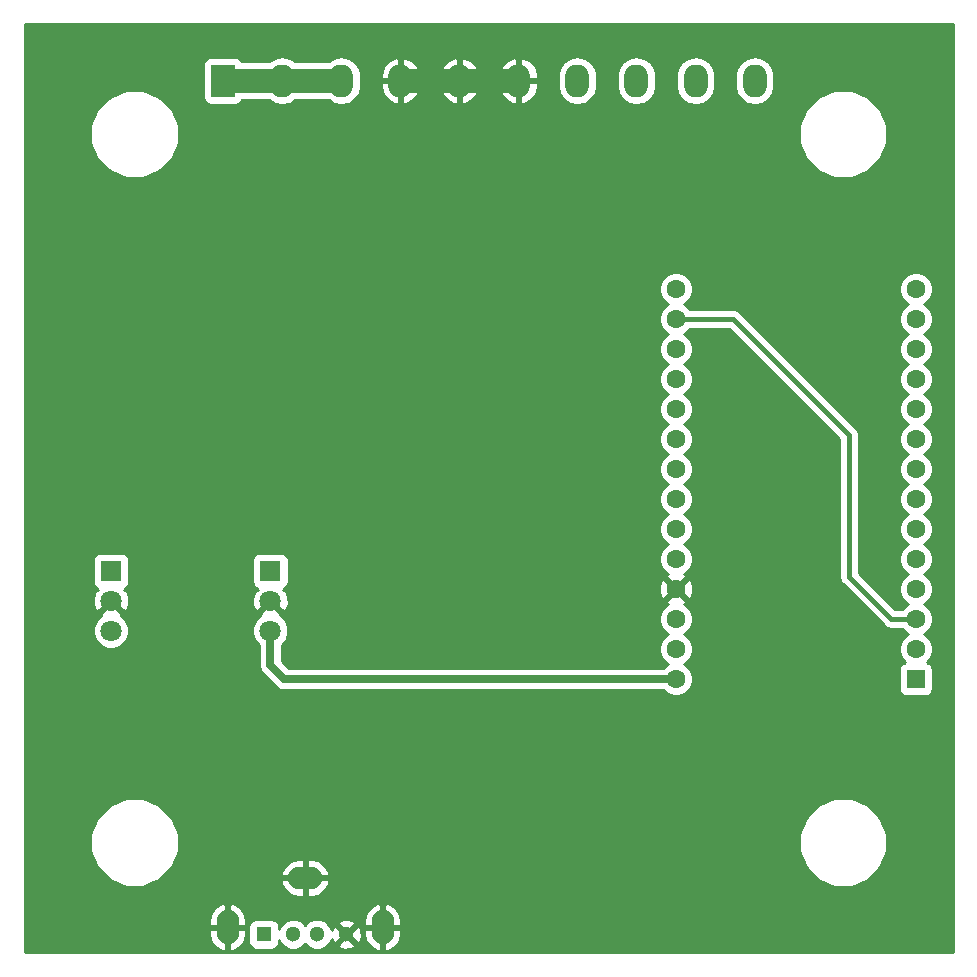
<source format=gbr>
G04 #@! TF.GenerationSoftware,KiCad,Pcbnew,(5.0.1)-4*
G04 #@! TF.CreationDate,2020-08-29T23:34:48+08:00*
G04 #@! TF.ProjectId,remote-monitor,72656D6F74652D6D6F6E69746F722E6B,rev?*
G04 #@! TF.SameCoordinates,Original*
G04 #@! TF.FileFunction,Copper,L2,Bot,Signal*
G04 #@! TF.FilePolarity,Positive*
%FSLAX46Y46*%
G04 Gerber Fmt 4.6, Leading zero omitted, Abs format (unit mm)*
G04 Created by KiCad (PCBNEW (5.0.1)-4) date 29/08/2020 11:34:48 PM*
%MOMM*%
%LPD*%
G01*
G04 APERTURE LIST*
G04 #@! TA.AperFunction,ComponentPad*
%ADD10R,2.032000X2.794000*%
G04 #@! TD*
G04 #@! TA.AperFunction,ComponentPad*
%ADD11O,2.032000X2.794000*%
G04 #@! TD*
G04 #@! TA.AperFunction,ComponentPad*
%ADD12C,1.600000*%
G04 #@! TD*
G04 #@! TA.AperFunction,ComponentPad*
%ADD13R,1.600000X1.600000*%
G04 #@! TD*
G04 #@! TA.AperFunction,ComponentPad*
%ADD14R,1.300000X1.300000*%
G04 #@! TD*
G04 #@! TA.AperFunction,ComponentPad*
%ADD15C,1.300000*%
G04 #@! TD*
G04 #@! TA.AperFunction,ComponentPad*
%ADD16O,1.900000X2.900000*%
G04 #@! TD*
G04 #@! TA.AperFunction,ComponentPad*
%ADD17O,2.900000X1.900000*%
G04 #@! TD*
G04 #@! TA.AperFunction,ComponentPad*
%ADD18R,1.800000X1.800000*%
G04 #@! TD*
G04 #@! TA.AperFunction,ComponentPad*
%ADD19C,1.800000*%
G04 #@! TD*
G04 #@! TA.AperFunction,ViaPad*
%ADD20C,1.270000*%
G04 #@! TD*
G04 #@! TA.AperFunction,Conductor*
%ADD21C,0.635000*%
G04 #@! TD*
G04 #@! TA.AperFunction,Conductor*
%ADD22C,2.032000*%
G04 #@! TD*
G04 #@! TA.AperFunction,Conductor*
%ADD23C,0.381000*%
G04 #@! TD*
G04 #@! TA.AperFunction,Conductor*
%ADD24C,0.254000*%
G04 #@! TD*
G04 APERTURE END LIST*
D10*
G04 #@! TO.P,J1,1*
G04 #@! TO.N,Net-(F1-Pad2)*
X112500000Y-50500000D03*
D11*
G04 #@! TO.P,J1,2*
X117500000Y-50500000D03*
G04 #@! TO.P,J1,3*
X122500000Y-50500000D03*
G04 #@! TO.P,J1,4*
G04 #@! TO.N,GND*
X127500000Y-50500000D03*
G04 #@! TO.P,J1,5*
X132500000Y-50500000D03*
G04 #@! TO.P,J1,6*
X137500000Y-50500000D03*
G04 #@! TO.P,J1,7*
G04 #@! TO.N,Net-(J1-Pad7)*
X142500000Y-50500000D03*
G04 #@! TO.P,J1,8*
G04 #@! TO.N,Net-(J1-Pad8)*
X147500000Y-50500000D03*
G04 #@! TO.P,J1,9*
G04 #@! TO.N,Net-(J1-Pad9)*
X152500000Y-50500000D03*
G04 #@! TO.P,J1,10*
G04 #@! TO.N,/Radio_VOX*
X157500000Y-50500000D03*
G04 #@! TD*
D12*
G04 #@! TO.P,A1,28*
G04 #@! TO.N,+5V*
X150840000Y-101160000D03*
G04 #@! TO.P,A1,27*
G04 #@! TO.N,Net-(A1-Pad27)*
X150840000Y-98620000D03*
G04 #@! TO.P,A1,26*
G04 #@! TO.N,+3V3*
X150840000Y-96080000D03*
G04 #@! TO.P,A1,25*
G04 #@! TO.N,GND*
X150840000Y-93540000D03*
G04 #@! TO.P,A1,24*
G04 #@! TO.N,Net-(A1-Pad24)*
X150840000Y-91000000D03*
G04 #@! TO.P,A1,23*
G04 #@! TO.N,Net-(A1-Pad23)*
X150840000Y-88460000D03*
G04 #@! TO.P,A1,22*
G04 #@! TO.N,Net-(A1-Pad22)*
X150840000Y-85920000D03*
G04 #@! TO.P,A1,21*
G04 #@! TO.N,Net-(A1-Pad21)*
X150840000Y-83380000D03*
G04 #@! TO.P,A1,20*
G04 #@! TO.N,Net-(A1-Pad20)*
X150840000Y-80840000D03*
G04 #@! TO.P,A1,19*
G04 #@! TO.N,Net-(A1-Pad19)*
X150840000Y-78300000D03*
G04 #@! TO.P,A1,18*
G04 #@! TO.N,Net-(A1-Pad18)*
X150840000Y-75760000D03*
G04 #@! TO.P,A1,17*
G04 #@! TO.N,Net-(A1-Pad17)*
X150840000Y-73220000D03*
G04 #@! TO.P,A1,16*
G04 #@! TO.N,/Mains_Sensor*
X150840000Y-70680000D03*
G04 #@! TO.P,A1,15*
X150840000Y-68140000D03*
G04 #@! TO.P,A1,14*
G04 #@! TO.N,Net-(A1-Pad14)*
X171160000Y-68140000D03*
G04 #@! TO.P,A1,13*
G04 #@! TO.N,Net-(A1-Pad13)*
X171160000Y-70680000D03*
G04 #@! TO.P,A1,12*
G04 #@! TO.N,Net-(A1-Pad12)*
X171160000Y-73220000D03*
G04 #@! TO.P,A1,11*
G04 #@! TO.N,Net-(A1-Pad11)*
X171160000Y-75760000D03*
G04 #@! TO.P,A1,10*
G04 #@! TO.N,Net-(A1-Pad10)*
X171160000Y-78300000D03*
G04 #@! TO.P,A1,9*
G04 #@! TO.N,Net-(A1-Pad9)*
X171160000Y-80840000D03*
G04 #@! TO.P,A1,8*
G04 #@! TO.N,Net-(A1-Pad8)*
X171160000Y-83380000D03*
G04 #@! TO.P,A1,7*
G04 #@! TO.N,Net-(A1-Pad7)*
X171160000Y-85920000D03*
G04 #@! TO.P,A1,6*
G04 #@! TO.N,Net-(A1-Pad6)*
X171160000Y-88460000D03*
G04 #@! TO.P,A1,5*
G04 #@! TO.N,Net-(A1-Pad5)*
X171160000Y-91000000D03*
G04 #@! TO.P,A1,4*
G04 #@! TO.N,/Battery_Volts*
X171160000Y-93540000D03*
G04 #@! TO.P,A1,3*
G04 #@! TO.N,/Mains_Sensor*
X171160000Y-96080000D03*
G04 #@! TO.P,A1,2*
G04 #@! TO.N,Net-(A1-Pad2)*
X171160000Y-98620000D03*
D13*
G04 #@! TO.P,A1,1*
G04 #@! TO.N,Net-(A1-Pad1)*
X171160000Y-101160000D03*
G04 #@! TD*
D14*
G04 #@! TO.P,J2,1*
G04 #@! TO.N,Net-(F2-Pad1)*
X115944000Y-122778000D03*
D15*
G04 #@! TO.P,J2,2*
G04 #@! TO.N,Net-(J2-Pad2)*
X118444000Y-122778000D03*
G04 #@! TO.P,J2,3*
X120444000Y-122778000D03*
G04 #@! TO.P,J2,4*
G04 #@! TO.N,GND*
X122944000Y-122778000D03*
D16*
G04 #@! TO.P,J2,5*
X112874000Y-122178000D03*
X126014000Y-122178000D03*
D17*
X119444000Y-117998000D03*
G04 #@! TD*
D18*
G04 #@! TO.P,U1,1*
G04 #@! TO.N,Net-(C1-Pad1)*
X103000000Y-92000000D03*
D19*
G04 #@! TO.P,U1,2*
G04 #@! TO.N,GND*
X103000000Y-94540000D03*
G04 #@! TO.P,U1,3*
G04 #@! TO.N,Net-(C7-Pad1)*
X103000000Y-97080000D03*
G04 #@! TD*
G04 #@! TO.P,U2,3*
G04 #@! TO.N,+5V*
X116500000Y-97080000D03*
G04 #@! TO.P,U2,2*
G04 #@! TO.N,GND*
X116500000Y-94540000D03*
D18*
G04 #@! TO.P,U2,1*
G04 #@! TO.N,Net-(C1-Pad1)*
X116500000Y-92000000D03*
G04 #@! TD*
D20*
G04 #@! TO.N,GND*
X155000000Y-103500000D03*
G04 #@! TD*
D21*
G04 #@! TO.N,+5V*
X117660000Y-101160000D02*
X150840000Y-101160000D01*
X116500000Y-97080000D02*
X116500000Y-100000000D01*
X116500000Y-100000000D02*
X117660000Y-101160000D01*
D22*
G04 #@! TO.N,GND*
X127500000Y-50500000D02*
X132500000Y-50500000D01*
X132500000Y-50500000D02*
X137500000Y-50500000D01*
D23*
G04 #@! TO.N,/Mains_Sensor*
X169080000Y-96080000D02*
X171160000Y-96080000D01*
X165500000Y-92500000D02*
X169080000Y-96080000D01*
X165500000Y-80500000D02*
X165500000Y-92500000D01*
X150840000Y-70680000D02*
X155680000Y-70680000D01*
X155680000Y-70680000D02*
X165500000Y-80500000D01*
D22*
G04 #@! TO.N,Net-(F1-Pad2)*
X122500000Y-50500000D02*
X117500000Y-50500000D01*
X117500000Y-50500000D02*
X112500000Y-50500000D01*
G04 #@! TD*
D24*
G04 #@! TO.N,GND*
G36*
X174290001Y-124290000D02*
X95710000Y-124290000D01*
X95710000Y-122305000D01*
X111289000Y-122305000D01*
X111289000Y-122805000D01*
X111458252Y-123401886D01*
X111843039Y-123888567D01*
X112384780Y-124190950D01*
X112501412Y-124218586D01*
X112747000Y-124098584D01*
X112747000Y-122305000D01*
X113001000Y-122305000D01*
X113001000Y-124098584D01*
X113246588Y-124218586D01*
X113363220Y-124190950D01*
X113904961Y-123888567D01*
X114289748Y-123401886D01*
X114459000Y-122805000D01*
X114459000Y-122305000D01*
X113001000Y-122305000D01*
X112747000Y-122305000D01*
X111289000Y-122305000D01*
X95710000Y-122305000D01*
X95710000Y-122128000D01*
X114646560Y-122128000D01*
X114646560Y-123428000D01*
X114695843Y-123675765D01*
X114836191Y-123885809D01*
X115046235Y-124026157D01*
X115294000Y-124075440D01*
X116594000Y-124075440D01*
X116841765Y-124026157D01*
X117051809Y-123885809D01*
X117192157Y-123675765D01*
X117241440Y-123428000D01*
X117241440Y-123232631D01*
X117354629Y-123505894D01*
X117716106Y-123867371D01*
X118188398Y-124063000D01*
X118699602Y-124063000D01*
X119171894Y-123867371D01*
X119444000Y-123595265D01*
X119716106Y-123867371D01*
X120188398Y-124063000D01*
X120699602Y-124063000D01*
X121171894Y-123867371D01*
X121362249Y-123677016D01*
X122224590Y-123677016D01*
X122280271Y-123907611D01*
X122763078Y-124075622D01*
X123273428Y-124046083D01*
X123607729Y-123907611D01*
X123663410Y-123677016D01*
X122944000Y-122957605D01*
X122224590Y-123677016D01*
X121362249Y-123677016D01*
X121533371Y-123505894D01*
X121687169Y-123134592D01*
X121814389Y-123441729D01*
X122044984Y-123497410D01*
X122764395Y-122778000D01*
X123123605Y-122778000D01*
X123843016Y-123497410D01*
X124073611Y-123441729D01*
X124241622Y-122958922D01*
X124212083Y-122448572D01*
X124152614Y-122305000D01*
X124429000Y-122305000D01*
X124429000Y-122805000D01*
X124598252Y-123401886D01*
X124983039Y-123888567D01*
X125524780Y-124190950D01*
X125641412Y-124218586D01*
X125887000Y-124098584D01*
X125887000Y-122305000D01*
X126141000Y-122305000D01*
X126141000Y-124098584D01*
X126386588Y-124218586D01*
X126503220Y-124190950D01*
X127044961Y-123888567D01*
X127429748Y-123401886D01*
X127599000Y-122805000D01*
X127599000Y-122305000D01*
X126141000Y-122305000D01*
X125887000Y-122305000D01*
X124429000Y-122305000D01*
X124152614Y-122305000D01*
X124073611Y-122114271D01*
X123843016Y-122058590D01*
X123123605Y-122778000D01*
X122764395Y-122778000D01*
X122044984Y-122058590D01*
X121814389Y-122114271D01*
X121698223Y-122448094D01*
X121533371Y-122050106D01*
X121362249Y-121878984D01*
X122224590Y-121878984D01*
X122944000Y-122598395D01*
X123663410Y-121878984D01*
X123607729Y-121648389D01*
X123327866Y-121551000D01*
X124429000Y-121551000D01*
X124429000Y-122051000D01*
X125887000Y-122051000D01*
X125887000Y-120257416D01*
X126141000Y-120257416D01*
X126141000Y-122051000D01*
X127599000Y-122051000D01*
X127599000Y-121551000D01*
X127429748Y-120954114D01*
X127044961Y-120467433D01*
X126503220Y-120165050D01*
X126386588Y-120137414D01*
X126141000Y-120257416D01*
X125887000Y-120257416D01*
X125641412Y-120137414D01*
X125524780Y-120165050D01*
X124983039Y-120467433D01*
X124598252Y-120954114D01*
X124429000Y-121551000D01*
X123327866Y-121551000D01*
X123124922Y-121480378D01*
X122614572Y-121509917D01*
X122280271Y-121648389D01*
X122224590Y-121878984D01*
X121362249Y-121878984D01*
X121171894Y-121688629D01*
X120699602Y-121493000D01*
X120188398Y-121493000D01*
X119716106Y-121688629D01*
X119444000Y-121960735D01*
X119171894Y-121688629D01*
X118699602Y-121493000D01*
X118188398Y-121493000D01*
X117716106Y-121688629D01*
X117354629Y-122050106D01*
X117241440Y-122323369D01*
X117241440Y-122128000D01*
X117192157Y-121880235D01*
X117051809Y-121670191D01*
X116841765Y-121529843D01*
X116594000Y-121480560D01*
X115294000Y-121480560D01*
X115046235Y-121529843D01*
X114836191Y-121670191D01*
X114695843Y-121880235D01*
X114646560Y-122128000D01*
X95710000Y-122128000D01*
X95710000Y-121551000D01*
X111289000Y-121551000D01*
X111289000Y-122051000D01*
X112747000Y-122051000D01*
X112747000Y-120257416D01*
X113001000Y-120257416D01*
X113001000Y-122051000D01*
X114459000Y-122051000D01*
X114459000Y-121551000D01*
X114289748Y-120954114D01*
X113904961Y-120467433D01*
X113363220Y-120165050D01*
X113246588Y-120137414D01*
X113001000Y-120257416D01*
X112747000Y-120257416D01*
X112501412Y-120137414D01*
X112384780Y-120165050D01*
X111843039Y-120467433D01*
X111458252Y-120954114D01*
X111289000Y-121551000D01*
X95710000Y-121551000D01*
X95710000Y-114258654D01*
X101273000Y-114258654D01*
X101273000Y-115741346D01*
X101840402Y-117111176D01*
X102888824Y-118159598D01*
X104258654Y-118727000D01*
X105741346Y-118727000D01*
X106601800Y-118370588D01*
X117403414Y-118370588D01*
X117431050Y-118487220D01*
X117733433Y-119028961D01*
X118220114Y-119413748D01*
X118817000Y-119583000D01*
X119317000Y-119583000D01*
X119317000Y-118125000D01*
X119571000Y-118125000D01*
X119571000Y-119583000D01*
X120071000Y-119583000D01*
X120667886Y-119413748D01*
X121154567Y-119028961D01*
X121456950Y-118487220D01*
X121484586Y-118370588D01*
X121364584Y-118125000D01*
X119571000Y-118125000D01*
X119317000Y-118125000D01*
X117523416Y-118125000D01*
X117403414Y-118370588D01*
X106601800Y-118370588D01*
X107111176Y-118159598D01*
X107645362Y-117625412D01*
X117403414Y-117625412D01*
X117523416Y-117871000D01*
X119317000Y-117871000D01*
X119317000Y-116413000D01*
X119571000Y-116413000D01*
X119571000Y-117871000D01*
X121364584Y-117871000D01*
X121484586Y-117625412D01*
X121456950Y-117508780D01*
X121154567Y-116967039D01*
X120667886Y-116582252D01*
X120071000Y-116413000D01*
X119571000Y-116413000D01*
X119317000Y-116413000D01*
X118817000Y-116413000D01*
X118220114Y-116582252D01*
X117733433Y-116967039D01*
X117431050Y-117508780D01*
X117403414Y-117625412D01*
X107645362Y-117625412D01*
X108159598Y-117111176D01*
X108727000Y-115741346D01*
X108727000Y-114258654D01*
X161273000Y-114258654D01*
X161273000Y-115741346D01*
X161840402Y-117111176D01*
X162888824Y-118159598D01*
X164258654Y-118727000D01*
X165741346Y-118727000D01*
X167111176Y-118159598D01*
X168159598Y-117111176D01*
X168727000Y-115741346D01*
X168727000Y-114258654D01*
X168159598Y-112888824D01*
X167111176Y-111840402D01*
X165741346Y-111273000D01*
X164258654Y-111273000D01*
X162888824Y-111840402D01*
X161840402Y-112888824D01*
X161273000Y-114258654D01*
X108727000Y-114258654D01*
X108159598Y-112888824D01*
X107111176Y-111840402D01*
X105741346Y-111273000D01*
X104258654Y-111273000D01*
X102888824Y-111840402D01*
X101840402Y-112888824D01*
X101273000Y-114258654D01*
X95710000Y-114258654D01*
X95710000Y-96774670D01*
X101465000Y-96774670D01*
X101465000Y-97385330D01*
X101698690Y-97949507D01*
X102130493Y-98381310D01*
X102694670Y-98615000D01*
X103305330Y-98615000D01*
X103869507Y-98381310D01*
X104301310Y-97949507D01*
X104535000Y-97385330D01*
X104535000Y-96774670D01*
X114965000Y-96774670D01*
X114965000Y-97385330D01*
X115198690Y-97949507D01*
X115547500Y-98298317D01*
X115547501Y-99906185D01*
X115528840Y-100000000D01*
X115602765Y-100371646D01*
X115602766Y-100371647D01*
X115813287Y-100686714D01*
X115892817Y-100739854D01*
X116920147Y-101767186D01*
X116973286Y-101846714D01*
X117052814Y-101899853D01*
X117288353Y-102057235D01*
X117660000Y-102131160D01*
X117753810Y-102112500D01*
X149763104Y-102112500D01*
X150027138Y-102376534D01*
X150554561Y-102595000D01*
X151125439Y-102595000D01*
X151652862Y-102376534D01*
X152056534Y-101972862D01*
X152275000Y-101445439D01*
X152275000Y-100874561D01*
X152056534Y-100347138D01*
X151652862Y-99943466D01*
X151523784Y-99890000D01*
X151652862Y-99836534D01*
X152056534Y-99432862D01*
X152275000Y-98905439D01*
X152275000Y-98334561D01*
X152056534Y-97807138D01*
X151652862Y-97403466D01*
X151523784Y-97350000D01*
X151652862Y-97296534D01*
X152056534Y-96892862D01*
X152275000Y-96365439D01*
X152275000Y-95794561D01*
X152056534Y-95267138D01*
X151652862Y-94863466D01*
X151539417Y-94816475D01*
X151594005Y-94793864D01*
X151668139Y-94547745D01*
X150840000Y-93719605D01*
X150011861Y-94547745D01*
X150085995Y-94793864D01*
X150144448Y-94814874D01*
X150027138Y-94863466D01*
X149623466Y-95267138D01*
X149405000Y-95794561D01*
X149405000Y-96365439D01*
X149623466Y-96892862D01*
X150027138Y-97296534D01*
X150156216Y-97350000D01*
X150027138Y-97403466D01*
X149623466Y-97807138D01*
X149405000Y-98334561D01*
X149405000Y-98905439D01*
X149623466Y-99432862D01*
X150027138Y-99836534D01*
X150156216Y-99890000D01*
X150027138Y-99943466D01*
X149763104Y-100207500D01*
X118054538Y-100207500D01*
X117452500Y-99605462D01*
X117452500Y-98298317D01*
X117801310Y-97949507D01*
X118035000Y-97385330D01*
X118035000Y-96774670D01*
X117801310Y-96210493D01*
X117369507Y-95778690D01*
X117349885Y-95770562D01*
X117400554Y-95620159D01*
X116500000Y-94719605D01*
X115599446Y-95620159D01*
X115650115Y-95770562D01*
X115630493Y-95778690D01*
X115198690Y-96210493D01*
X114965000Y-96774670D01*
X104535000Y-96774670D01*
X104301310Y-96210493D01*
X103869507Y-95778690D01*
X103849885Y-95770562D01*
X103900554Y-95620159D01*
X103000000Y-94719605D01*
X102099446Y-95620159D01*
X102150115Y-95770562D01*
X102130493Y-95778690D01*
X101698690Y-96210493D01*
X101465000Y-96774670D01*
X95710000Y-96774670D01*
X95710000Y-91100000D01*
X101452560Y-91100000D01*
X101452560Y-92900000D01*
X101501843Y-93147765D01*
X101642191Y-93357809D01*
X101840114Y-93490058D01*
X101805282Y-93524890D01*
X101919839Y-93639447D01*
X101663357Y-93725852D01*
X101453542Y-94299336D01*
X101479161Y-94909460D01*
X101663357Y-95354148D01*
X101919841Y-95440554D01*
X102820395Y-94540000D01*
X102806253Y-94525858D01*
X102985858Y-94346253D01*
X103000000Y-94360395D01*
X103014143Y-94346253D01*
X103193748Y-94525858D01*
X103179605Y-94540000D01*
X104080159Y-95440554D01*
X104336643Y-95354148D01*
X104546458Y-94780664D01*
X104520839Y-94170540D01*
X104336643Y-93725852D01*
X104080161Y-93639447D01*
X104194718Y-93524890D01*
X104159886Y-93490058D01*
X104357809Y-93357809D01*
X104498157Y-93147765D01*
X104547440Y-92900000D01*
X104547440Y-91100000D01*
X114952560Y-91100000D01*
X114952560Y-92900000D01*
X115001843Y-93147765D01*
X115142191Y-93357809D01*
X115340114Y-93490058D01*
X115305282Y-93524890D01*
X115419839Y-93639447D01*
X115163357Y-93725852D01*
X114953542Y-94299336D01*
X114979161Y-94909460D01*
X115163357Y-95354148D01*
X115419841Y-95440554D01*
X116320395Y-94540000D01*
X116306253Y-94525858D01*
X116485858Y-94346253D01*
X116500000Y-94360395D01*
X116514143Y-94346253D01*
X116693748Y-94525858D01*
X116679605Y-94540000D01*
X117580159Y-95440554D01*
X117836643Y-95354148D01*
X118046458Y-94780664D01*
X118020839Y-94170540D01*
X117836643Y-93725852D01*
X117580161Y-93639447D01*
X117694718Y-93524890D01*
X117659886Y-93490058D01*
X117857809Y-93357809D01*
X117880918Y-93323223D01*
X149393035Y-93323223D01*
X149420222Y-93893454D01*
X149586136Y-94294005D01*
X149832255Y-94368139D01*
X150660395Y-93540000D01*
X151019605Y-93540000D01*
X151847745Y-94368139D01*
X152093864Y-94294005D01*
X152286965Y-93756777D01*
X152259778Y-93186546D01*
X152093864Y-92785995D01*
X151847745Y-92711861D01*
X151019605Y-93540000D01*
X150660395Y-93540000D01*
X149832255Y-92711861D01*
X149586136Y-92785995D01*
X149393035Y-93323223D01*
X117880918Y-93323223D01*
X117998157Y-93147765D01*
X118047440Y-92900000D01*
X118047440Y-91100000D01*
X117998157Y-90852235D01*
X117857809Y-90642191D01*
X117647765Y-90501843D01*
X117400000Y-90452560D01*
X115600000Y-90452560D01*
X115352235Y-90501843D01*
X115142191Y-90642191D01*
X115001843Y-90852235D01*
X114952560Y-91100000D01*
X104547440Y-91100000D01*
X104498157Y-90852235D01*
X104357809Y-90642191D01*
X104147765Y-90501843D01*
X103900000Y-90452560D01*
X102100000Y-90452560D01*
X101852235Y-90501843D01*
X101642191Y-90642191D01*
X101501843Y-90852235D01*
X101452560Y-91100000D01*
X95710000Y-91100000D01*
X95710000Y-67854561D01*
X149405000Y-67854561D01*
X149405000Y-68425439D01*
X149623466Y-68952862D01*
X150027138Y-69356534D01*
X150156216Y-69410000D01*
X150027138Y-69463466D01*
X149623466Y-69867138D01*
X149405000Y-70394561D01*
X149405000Y-70965439D01*
X149623466Y-71492862D01*
X150027138Y-71896534D01*
X150156216Y-71950000D01*
X150027138Y-72003466D01*
X149623466Y-72407138D01*
X149405000Y-72934561D01*
X149405000Y-73505439D01*
X149623466Y-74032862D01*
X150027138Y-74436534D01*
X150156216Y-74490000D01*
X150027138Y-74543466D01*
X149623466Y-74947138D01*
X149405000Y-75474561D01*
X149405000Y-76045439D01*
X149623466Y-76572862D01*
X150027138Y-76976534D01*
X150156216Y-77030000D01*
X150027138Y-77083466D01*
X149623466Y-77487138D01*
X149405000Y-78014561D01*
X149405000Y-78585439D01*
X149623466Y-79112862D01*
X150027138Y-79516534D01*
X150156216Y-79570000D01*
X150027138Y-79623466D01*
X149623466Y-80027138D01*
X149405000Y-80554561D01*
X149405000Y-81125439D01*
X149623466Y-81652862D01*
X150027138Y-82056534D01*
X150156216Y-82110000D01*
X150027138Y-82163466D01*
X149623466Y-82567138D01*
X149405000Y-83094561D01*
X149405000Y-83665439D01*
X149623466Y-84192862D01*
X150027138Y-84596534D01*
X150156216Y-84650000D01*
X150027138Y-84703466D01*
X149623466Y-85107138D01*
X149405000Y-85634561D01*
X149405000Y-86205439D01*
X149623466Y-86732862D01*
X150027138Y-87136534D01*
X150156216Y-87190000D01*
X150027138Y-87243466D01*
X149623466Y-87647138D01*
X149405000Y-88174561D01*
X149405000Y-88745439D01*
X149623466Y-89272862D01*
X150027138Y-89676534D01*
X150156216Y-89730000D01*
X150027138Y-89783466D01*
X149623466Y-90187138D01*
X149405000Y-90714561D01*
X149405000Y-91285439D01*
X149623466Y-91812862D01*
X150027138Y-92216534D01*
X150140583Y-92263525D01*
X150085995Y-92286136D01*
X150011861Y-92532255D01*
X150840000Y-93360395D01*
X151668139Y-92532255D01*
X151594005Y-92286136D01*
X151535552Y-92265126D01*
X151652862Y-92216534D01*
X152056534Y-91812862D01*
X152275000Y-91285439D01*
X152275000Y-90714561D01*
X152056534Y-90187138D01*
X151652862Y-89783466D01*
X151523784Y-89730000D01*
X151652862Y-89676534D01*
X152056534Y-89272862D01*
X152275000Y-88745439D01*
X152275000Y-88174561D01*
X152056534Y-87647138D01*
X151652862Y-87243466D01*
X151523784Y-87190000D01*
X151652862Y-87136534D01*
X152056534Y-86732862D01*
X152275000Y-86205439D01*
X152275000Y-85634561D01*
X152056534Y-85107138D01*
X151652862Y-84703466D01*
X151523784Y-84650000D01*
X151652862Y-84596534D01*
X152056534Y-84192862D01*
X152275000Y-83665439D01*
X152275000Y-83094561D01*
X152056534Y-82567138D01*
X151652862Y-82163466D01*
X151523784Y-82110000D01*
X151652862Y-82056534D01*
X152056534Y-81652862D01*
X152275000Y-81125439D01*
X152275000Y-80554561D01*
X152056534Y-80027138D01*
X151652862Y-79623466D01*
X151523784Y-79570000D01*
X151652862Y-79516534D01*
X152056534Y-79112862D01*
X152275000Y-78585439D01*
X152275000Y-78014561D01*
X152056534Y-77487138D01*
X151652862Y-77083466D01*
X151523784Y-77030000D01*
X151652862Y-76976534D01*
X152056534Y-76572862D01*
X152275000Y-76045439D01*
X152275000Y-75474561D01*
X152056534Y-74947138D01*
X151652862Y-74543466D01*
X151523784Y-74490000D01*
X151652862Y-74436534D01*
X152056534Y-74032862D01*
X152275000Y-73505439D01*
X152275000Y-72934561D01*
X152056534Y-72407138D01*
X151652862Y-72003466D01*
X151523784Y-71950000D01*
X151652862Y-71896534D01*
X152043896Y-71505500D01*
X155338068Y-71505500D01*
X164674500Y-80841933D01*
X164674501Y-92418694D01*
X164658328Y-92500000D01*
X164722397Y-92822094D01*
X164904849Y-93095152D01*
X164973775Y-93141207D01*
X168438793Y-96606226D01*
X168484848Y-96675152D01*
X168553773Y-96721206D01*
X168757906Y-96857604D01*
X169080000Y-96921672D01*
X169161303Y-96905500D01*
X169956104Y-96905500D01*
X170347138Y-97296534D01*
X170476216Y-97350000D01*
X170347138Y-97403466D01*
X169943466Y-97807138D01*
X169725000Y-98334561D01*
X169725000Y-98905439D01*
X169943466Y-99432862D01*
X170245866Y-99735262D01*
X170112235Y-99761843D01*
X169902191Y-99902191D01*
X169761843Y-100112235D01*
X169712560Y-100360000D01*
X169712560Y-101960000D01*
X169761843Y-102207765D01*
X169902191Y-102417809D01*
X170112235Y-102558157D01*
X170360000Y-102607440D01*
X171960000Y-102607440D01*
X172207765Y-102558157D01*
X172417809Y-102417809D01*
X172558157Y-102207765D01*
X172607440Y-101960000D01*
X172607440Y-100360000D01*
X172558157Y-100112235D01*
X172417809Y-99902191D01*
X172207765Y-99761843D01*
X172074134Y-99735262D01*
X172376534Y-99432862D01*
X172595000Y-98905439D01*
X172595000Y-98334561D01*
X172376534Y-97807138D01*
X171972862Y-97403466D01*
X171843784Y-97350000D01*
X171972862Y-97296534D01*
X172376534Y-96892862D01*
X172595000Y-96365439D01*
X172595000Y-95794561D01*
X172376534Y-95267138D01*
X171972862Y-94863466D01*
X171843784Y-94810000D01*
X171972862Y-94756534D01*
X172376534Y-94352862D01*
X172595000Y-93825439D01*
X172595000Y-93254561D01*
X172376534Y-92727138D01*
X171972862Y-92323466D01*
X171843784Y-92270000D01*
X171972862Y-92216534D01*
X172376534Y-91812862D01*
X172595000Y-91285439D01*
X172595000Y-90714561D01*
X172376534Y-90187138D01*
X171972862Y-89783466D01*
X171843784Y-89730000D01*
X171972862Y-89676534D01*
X172376534Y-89272862D01*
X172595000Y-88745439D01*
X172595000Y-88174561D01*
X172376534Y-87647138D01*
X171972862Y-87243466D01*
X171843784Y-87190000D01*
X171972862Y-87136534D01*
X172376534Y-86732862D01*
X172595000Y-86205439D01*
X172595000Y-85634561D01*
X172376534Y-85107138D01*
X171972862Y-84703466D01*
X171843784Y-84650000D01*
X171972862Y-84596534D01*
X172376534Y-84192862D01*
X172595000Y-83665439D01*
X172595000Y-83094561D01*
X172376534Y-82567138D01*
X171972862Y-82163466D01*
X171843784Y-82110000D01*
X171972862Y-82056534D01*
X172376534Y-81652862D01*
X172595000Y-81125439D01*
X172595000Y-80554561D01*
X172376534Y-80027138D01*
X171972862Y-79623466D01*
X171843784Y-79570000D01*
X171972862Y-79516534D01*
X172376534Y-79112862D01*
X172595000Y-78585439D01*
X172595000Y-78014561D01*
X172376534Y-77487138D01*
X171972862Y-77083466D01*
X171843784Y-77030000D01*
X171972862Y-76976534D01*
X172376534Y-76572862D01*
X172595000Y-76045439D01*
X172595000Y-75474561D01*
X172376534Y-74947138D01*
X171972862Y-74543466D01*
X171843784Y-74490000D01*
X171972862Y-74436534D01*
X172376534Y-74032862D01*
X172595000Y-73505439D01*
X172595000Y-72934561D01*
X172376534Y-72407138D01*
X171972862Y-72003466D01*
X171843784Y-71950000D01*
X171972862Y-71896534D01*
X172376534Y-71492862D01*
X172595000Y-70965439D01*
X172595000Y-70394561D01*
X172376534Y-69867138D01*
X171972862Y-69463466D01*
X171843784Y-69410000D01*
X171972862Y-69356534D01*
X172376534Y-68952862D01*
X172595000Y-68425439D01*
X172595000Y-67854561D01*
X172376534Y-67327138D01*
X171972862Y-66923466D01*
X171445439Y-66705000D01*
X170874561Y-66705000D01*
X170347138Y-66923466D01*
X169943466Y-67327138D01*
X169725000Y-67854561D01*
X169725000Y-68425439D01*
X169943466Y-68952862D01*
X170347138Y-69356534D01*
X170476216Y-69410000D01*
X170347138Y-69463466D01*
X169943466Y-69867138D01*
X169725000Y-70394561D01*
X169725000Y-70965439D01*
X169943466Y-71492862D01*
X170347138Y-71896534D01*
X170476216Y-71950000D01*
X170347138Y-72003466D01*
X169943466Y-72407138D01*
X169725000Y-72934561D01*
X169725000Y-73505439D01*
X169943466Y-74032862D01*
X170347138Y-74436534D01*
X170476216Y-74490000D01*
X170347138Y-74543466D01*
X169943466Y-74947138D01*
X169725000Y-75474561D01*
X169725000Y-76045439D01*
X169943466Y-76572862D01*
X170347138Y-76976534D01*
X170476216Y-77030000D01*
X170347138Y-77083466D01*
X169943466Y-77487138D01*
X169725000Y-78014561D01*
X169725000Y-78585439D01*
X169943466Y-79112862D01*
X170347138Y-79516534D01*
X170476216Y-79570000D01*
X170347138Y-79623466D01*
X169943466Y-80027138D01*
X169725000Y-80554561D01*
X169725000Y-81125439D01*
X169943466Y-81652862D01*
X170347138Y-82056534D01*
X170476216Y-82110000D01*
X170347138Y-82163466D01*
X169943466Y-82567138D01*
X169725000Y-83094561D01*
X169725000Y-83665439D01*
X169943466Y-84192862D01*
X170347138Y-84596534D01*
X170476216Y-84650000D01*
X170347138Y-84703466D01*
X169943466Y-85107138D01*
X169725000Y-85634561D01*
X169725000Y-86205439D01*
X169943466Y-86732862D01*
X170347138Y-87136534D01*
X170476216Y-87190000D01*
X170347138Y-87243466D01*
X169943466Y-87647138D01*
X169725000Y-88174561D01*
X169725000Y-88745439D01*
X169943466Y-89272862D01*
X170347138Y-89676534D01*
X170476216Y-89730000D01*
X170347138Y-89783466D01*
X169943466Y-90187138D01*
X169725000Y-90714561D01*
X169725000Y-91285439D01*
X169943466Y-91812862D01*
X170347138Y-92216534D01*
X170476216Y-92270000D01*
X170347138Y-92323466D01*
X169943466Y-92727138D01*
X169725000Y-93254561D01*
X169725000Y-93825439D01*
X169943466Y-94352862D01*
X170347138Y-94756534D01*
X170476216Y-94810000D01*
X170347138Y-94863466D01*
X169956104Y-95254500D01*
X169421933Y-95254500D01*
X166325500Y-92158068D01*
X166325500Y-80581297D01*
X166341671Y-80499999D01*
X166325500Y-80418701D01*
X166325500Y-80418697D01*
X166277604Y-80177906D01*
X166095152Y-79904848D01*
X166026226Y-79858793D01*
X156321209Y-70153777D01*
X156275152Y-70084848D01*
X156002094Y-69902396D01*
X155761303Y-69854500D01*
X155761301Y-69854500D01*
X155680000Y-69838328D01*
X155598699Y-69854500D01*
X152043896Y-69854500D01*
X151652862Y-69463466D01*
X151523784Y-69410000D01*
X151652862Y-69356534D01*
X152056534Y-68952862D01*
X152275000Y-68425439D01*
X152275000Y-67854561D01*
X152056534Y-67327138D01*
X151652862Y-66923466D01*
X151125439Y-66705000D01*
X150554561Y-66705000D01*
X150027138Y-66923466D01*
X149623466Y-67327138D01*
X149405000Y-67854561D01*
X95710000Y-67854561D01*
X95710000Y-54258654D01*
X101273000Y-54258654D01*
X101273000Y-55741346D01*
X101840402Y-57111176D01*
X102888824Y-58159598D01*
X104258654Y-58727000D01*
X105741346Y-58727000D01*
X107111176Y-58159598D01*
X108159598Y-57111176D01*
X108727000Y-55741346D01*
X108727000Y-54258654D01*
X161273000Y-54258654D01*
X161273000Y-55741346D01*
X161840402Y-57111176D01*
X162888824Y-58159598D01*
X164258654Y-58727000D01*
X165741346Y-58727000D01*
X167111176Y-58159598D01*
X168159598Y-57111176D01*
X168727000Y-55741346D01*
X168727000Y-54258654D01*
X168159598Y-52888824D01*
X167111176Y-51840402D01*
X165741346Y-51273000D01*
X164258654Y-51273000D01*
X162888824Y-51840402D01*
X161840402Y-52888824D01*
X161273000Y-54258654D01*
X108727000Y-54258654D01*
X108159598Y-52888824D01*
X107111176Y-51840402D01*
X105741346Y-51273000D01*
X104258654Y-51273000D01*
X102888824Y-51840402D01*
X101840402Y-52888824D01*
X101273000Y-54258654D01*
X95710000Y-54258654D01*
X95710000Y-50500000D01*
X110816655Y-50500000D01*
X110836560Y-50600069D01*
X110836560Y-51897000D01*
X110885843Y-52144765D01*
X111026191Y-52354809D01*
X111236235Y-52495157D01*
X111484000Y-52544440D01*
X113516000Y-52544440D01*
X113763765Y-52495157D01*
X113973809Y-52354809D01*
X114109991Y-52151000D01*
X116428968Y-52151000D01*
X116855813Y-52436208D01*
X117500000Y-52564345D01*
X118144188Y-52436208D01*
X118571033Y-52151000D01*
X121428968Y-52151000D01*
X121855813Y-52436208D01*
X122500000Y-52564345D01*
X123144188Y-52436208D01*
X123690305Y-52071305D01*
X124055208Y-51525188D01*
X124151000Y-51043608D01*
X124151000Y-50662609D01*
X124158083Y-50627000D01*
X125849000Y-50627000D01*
X125849000Y-51008000D01*
X126023276Y-51630143D01*
X126422370Y-52138236D01*
X126985523Y-52454926D01*
X127117056Y-52486975D01*
X127373000Y-52367836D01*
X127373000Y-50627000D01*
X127627000Y-50627000D01*
X127627000Y-52367836D01*
X127882944Y-52486975D01*
X128014477Y-52454926D01*
X128577630Y-52138236D01*
X128976724Y-51630143D01*
X129151000Y-51008000D01*
X129151000Y-50627000D01*
X130849000Y-50627000D01*
X130849000Y-51008000D01*
X131023276Y-51630143D01*
X131422370Y-52138236D01*
X131985523Y-52454926D01*
X132117056Y-52486975D01*
X132373000Y-52367836D01*
X132373000Y-50627000D01*
X132627000Y-50627000D01*
X132627000Y-52367836D01*
X132882944Y-52486975D01*
X133014477Y-52454926D01*
X133577630Y-52138236D01*
X133976724Y-51630143D01*
X134151000Y-51008000D01*
X134151000Y-50627000D01*
X135849000Y-50627000D01*
X135849000Y-51008000D01*
X136023276Y-51630143D01*
X136422370Y-52138236D01*
X136985523Y-52454926D01*
X137117056Y-52486975D01*
X137373000Y-52367836D01*
X137373000Y-50627000D01*
X137627000Y-50627000D01*
X137627000Y-52367836D01*
X137882944Y-52486975D01*
X138014477Y-52454926D01*
X138577630Y-52138236D01*
X138976724Y-51630143D01*
X139151000Y-51008000D01*
X139151000Y-50627000D01*
X137627000Y-50627000D01*
X137373000Y-50627000D01*
X135849000Y-50627000D01*
X134151000Y-50627000D01*
X132627000Y-50627000D01*
X132373000Y-50627000D01*
X130849000Y-50627000D01*
X129151000Y-50627000D01*
X127627000Y-50627000D01*
X127373000Y-50627000D01*
X125849000Y-50627000D01*
X124158083Y-50627000D01*
X124183345Y-50500000D01*
X124151000Y-50337391D01*
X124151000Y-49992000D01*
X125849000Y-49992000D01*
X125849000Y-50373000D01*
X127373000Y-50373000D01*
X127373000Y-48632164D01*
X127627000Y-48632164D01*
X127627000Y-50373000D01*
X129151000Y-50373000D01*
X129151000Y-49992000D01*
X130849000Y-49992000D01*
X130849000Y-50373000D01*
X132373000Y-50373000D01*
X132373000Y-48632164D01*
X132627000Y-48632164D01*
X132627000Y-50373000D01*
X134151000Y-50373000D01*
X134151000Y-49992000D01*
X135849000Y-49992000D01*
X135849000Y-50373000D01*
X137373000Y-50373000D01*
X137373000Y-48632164D01*
X137627000Y-48632164D01*
X137627000Y-50373000D01*
X139151000Y-50373000D01*
X139151000Y-49992000D01*
X139141026Y-49956392D01*
X140849000Y-49956392D01*
X140849000Y-51043609D01*
X140944792Y-51525188D01*
X141309696Y-52071305D01*
X141855813Y-52436208D01*
X142500000Y-52564345D01*
X143144188Y-52436208D01*
X143690305Y-52071305D01*
X144055208Y-51525188D01*
X144151000Y-51043608D01*
X144151000Y-49956392D01*
X145849000Y-49956392D01*
X145849000Y-51043609D01*
X145944792Y-51525188D01*
X146309696Y-52071305D01*
X146855813Y-52436208D01*
X147500000Y-52564345D01*
X148144188Y-52436208D01*
X148690305Y-52071305D01*
X149055208Y-51525188D01*
X149151000Y-51043608D01*
X149151000Y-49956392D01*
X150849000Y-49956392D01*
X150849000Y-51043609D01*
X150944792Y-51525188D01*
X151309696Y-52071305D01*
X151855813Y-52436208D01*
X152500000Y-52564345D01*
X153144188Y-52436208D01*
X153690305Y-52071305D01*
X154055208Y-51525188D01*
X154151000Y-51043608D01*
X154151000Y-49956392D01*
X155849000Y-49956392D01*
X155849000Y-51043609D01*
X155944792Y-51525188D01*
X156309696Y-52071305D01*
X156855813Y-52436208D01*
X157500000Y-52564345D01*
X158144188Y-52436208D01*
X158690305Y-52071305D01*
X159055208Y-51525188D01*
X159151000Y-51043608D01*
X159151000Y-49956391D01*
X159055208Y-49474812D01*
X158690305Y-48928695D01*
X158144187Y-48563792D01*
X157500000Y-48435655D01*
X156855812Y-48563792D01*
X156309695Y-48928695D01*
X155944792Y-49474813D01*
X155849000Y-49956392D01*
X154151000Y-49956392D01*
X154151000Y-49956391D01*
X154055208Y-49474812D01*
X153690305Y-48928695D01*
X153144187Y-48563792D01*
X152500000Y-48435655D01*
X151855812Y-48563792D01*
X151309695Y-48928695D01*
X150944792Y-49474813D01*
X150849000Y-49956392D01*
X149151000Y-49956392D01*
X149151000Y-49956391D01*
X149055208Y-49474812D01*
X148690305Y-48928695D01*
X148144187Y-48563792D01*
X147500000Y-48435655D01*
X146855812Y-48563792D01*
X146309695Y-48928695D01*
X145944792Y-49474813D01*
X145849000Y-49956392D01*
X144151000Y-49956392D01*
X144151000Y-49956391D01*
X144055208Y-49474812D01*
X143690305Y-48928695D01*
X143144187Y-48563792D01*
X142500000Y-48435655D01*
X141855812Y-48563792D01*
X141309695Y-48928695D01*
X140944792Y-49474813D01*
X140849000Y-49956392D01*
X139141026Y-49956392D01*
X138976724Y-49369857D01*
X138577630Y-48861764D01*
X138014477Y-48545074D01*
X137882944Y-48513025D01*
X137627000Y-48632164D01*
X137373000Y-48632164D01*
X137117056Y-48513025D01*
X136985523Y-48545074D01*
X136422370Y-48861764D01*
X136023276Y-49369857D01*
X135849000Y-49992000D01*
X134151000Y-49992000D01*
X133976724Y-49369857D01*
X133577630Y-48861764D01*
X133014477Y-48545074D01*
X132882944Y-48513025D01*
X132627000Y-48632164D01*
X132373000Y-48632164D01*
X132117056Y-48513025D01*
X131985523Y-48545074D01*
X131422370Y-48861764D01*
X131023276Y-49369857D01*
X130849000Y-49992000D01*
X129151000Y-49992000D01*
X128976724Y-49369857D01*
X128577630Y-48861764D01*
X128014477Y-48545074D01*
X127882944Y-48513025D01*
X127627000Y-48632164D01*
X127373000Y-48632164D01*
X127117056Y-48513025D01*
X126985523Y-48545074D01*
X126422370Y-48861764D01*
X126023276Y-49369857D01*
X125849000Y-49992000D01*
X124151000Y-49992000D01*
X124151000Y-49956391D01*
X124055208Y-49474812D01*
X123690305Y-48928695D01*
X123144187Y-48563792D01*
X122500000Y-48435655D01*
X121855812Y-48563792D01*
X121428967Y-48849000D01*
X118571033Y-48849000D01*
X118144187Y-48563792D01*
X117500000Y-48435655D01*
X116855812Y-48563792D01*
X116428967Y-48849000D01*
X114109991Y-48849000D01*
X113973809Y-48645191D01*
X113763765Y-48504843D01*
X113516000Y-48455560D01*
X111484000Y-48455560D01*
X111236235Y-48504843D01*
X111026191Y-48645191D01*
X110885843Y-48855235D01*
X110836560Y-49103000D01*
X110836560Y-50399931D01*
X110816655Y-50500000D01*
X95710000Y-50500000D01*
X95710000Y-45710000D01*
X174290000Y-45710000D01*
X174290001Y-124290000D01*
X174290001Y-124290000D01*
G37*
X174290001Y-124290000D02*
X95710000Y-124290000D01*
X95710000Y-122305000D01*
X111289000Y-122305000D01*
X111289000Y-122805000D01*
X111458252Y-123401886D01*
X111843039Y-123888567D01*
X112384780Y-124190950D01*
X112501412Y-124218586D01*
X112747000Y-124098584D01*
X112747000Y-122305000D01*
X113001000Y-122305000D01*
X113001000Y-124098584D01*
X113246588Y-124218586D01*
X113363220Y-124190950D01*
X113904961Y-123888567D01*
X114289748Y-123401886D01*
X114459000Y-122805000D01*
X114459000Y-122305000D01*
X113001000Y-122305000D01*
X112747000Y-122305000D01*
X111289000Y-122305000D01*
X95710000Y-122305000D01*
X95710000Y-122128000D01*
X114646560Y-122128000D01*
X114646560Y-123428000D01*
X114695843Y-123675765D01*
X114836191Y-123885809D01*
X115046235Y-124026157D01*
X115294000Y-124075440D01*
X116594000Y-124075440D01*
X116841765Y-124026157D01*
X117051809Y-123885809D01*
X117192157Y-123675765D01*
X117241440Y-123428000D01*
X117241440Y-123232631D01*
X117354629Y-123505894D01*
X117716106Y-123867371D01*
X118188398Y-124063000D01*
X118699602Y-124063000D01*
X119171894Y-123867371D01*
X119444000Y-123595265D01*
X119716106Y-123867371D01*
X120188398Y-124063000D01*
X120699602Y-124063000D01*
X121171894Y-123867371D01*
X121362249Y-123677016D01*
X122224590Y-123677016D01*
X122280271Y-123907611D01*
X122763078Y-124075622D01*
X123273428Y-124046083D01*
X123607729Y-123907611D01*
X123663410Y-123677016D01*
X122944000Y-122957605D01*
X122224590Y-123677016D01*
X121362249Y-123677016D01*
X121533371Y-123505894D01*
X121687169Y-123134592D01*
X121814389Y-123441729D01*
X122044984Y-123497410D01*
X122764395Y-122778000D01*
X123123605Y-122778000D01*
X123843016Y-123497410D01*
X124073611Y-123441729D01*
X124241622Y-122958922D01*
X124212083Y-122448572D01*
X124152614Y-122305000D01*
X124429000Y-122305000D01*
X124429000Y-122805000D01*
X124598252Y-123401886D01*
X124983039Y-123888567D01*
X125524780Y-124190950D01*
X125641412Y-124218586D01*
X125887000Y-124098584D01*
X125887000Y-122305000D01*
X126141000Y-122305000D01*
X126141000Y-124098584D01*
X126386588Y-124218586D01*
X126503220Y-124190950D01*
X127044961Y-123888567D01*
X127429748Y-123401886D01*
X127599000Y-122805000D01*
X127599000Y-122305000D01*
X126141000Y-122305000D01*
X125887000Y-122305000D01*
X124429000Y-122305000D01*
X124152614Y-122305000D01*
X124073611Y-122114271D01*
X123843016Y-122058590D01*
X123123605Y-122778000D01*
X122764395Y-122778000D01*
X122044984Y-122058590D01*
X121814389Y-122114271D01*
X121698223Y-122448094D01*
X121533371Y-122050106D01*
X121362249Y-121878984D01*
X122224590Y-121878984D01*
X122944000Y-122598395D01*
X123663410Y-121878984D01*
X123607729Y-121648389D01*
X123327866Y-121551000D01*
X124429000Y-121551000D01*
X124429000Y-122051000D01*
X125887000Y-122051000D01*
X125887000Y-120257416D01*
X126141000Y-120257416D01*
X126141000Y-122051000D01*
X127599000Y-122051000D01*
X127599000Y-121551000D01*
X127429748Y-120954114D01*
X127044961Y-120467433D01*
X126503220Y-120165050D01*
X126386588Y-120137414D01*
X126141000Y-120257416D01*
X125887000Y-120257416D01*
X125641412Y-120137414D01*
X125524780Y-120165050D01*
X124983039Y-120467433D01*
X124598252Y-120954114D01*
X124429000Y-121551000D01*
X123327866Y-121551000D01*
X123124922Y-121480378D01*
X122614572Y-121509917D01*
X122280271Y-121648389D01*
X122224590Y-121878984D01*
X121362249Y-121878984D01*
X121171894Y-121688629D01*
X120699602Y-121493000D01*
X120188398Y-121493000D01*
X119716106Y-121688629D01*
X119444000Y-121960735D01*
X119171894Y-121688629D01*
X118699602Y-121493000D01*
X118188398Y-121493000D01*
X117716106Y-121688629D01*
X117354629Y-122050106D01*
X117241440Y-122323369D01*
X117241440Y-122128000D01*
X117192157Y-121880235D01*
X117051809Y-121670191D01*
X116841765Y-121529843D01*
X116594000Y-121480560D01*
X115294000Y-121480560D01*
X115046235Y-121529843D01*
X114836191Y-121670191D01*
X114695843Y-121880235D01*
X114646560Y-122128000D01*
X95710000Y-122128000D01*
X95710000Y-121551000D01*
X111289000Y-121551000D01*
X111289000Y-122051000D01*
X112747000Y-122051000D01*
X112747000Y-120257416D01*
X113001000Y-120257416D01*
X113001000Y-122051000D01*
X114459000Y-122051000D01*
X114459000Y-121551000D01*
X114289748Y-120954114D01*
X113904961Y-120467433D01*
X113363220Y-120165050D01*
X113246588Y-120137414D01*
X113001000Y-120257416D01*
X112747000Y-120257416D01*
X112501412Y-120137414D01*
X112384780Y-120165050D01*
X111843039Y-120467433D01*
X111458252Y-120954114D01*
X111289000Y-121551000D01*
X95710000Y-121551000D01*
X95710000Y-114258654D01*
X101273000Y-114258654D01*
X101273000Y-115741346D01*
X101840402Y-117111176D01*
X102888824Y-118159598D01*
X104258654Y-118727000D01*
X105741346Y-118727000D01*
X106601800Y-118370588D01*
X117403414Y-118370588D01*
X117431050Y-118487220D01*
X117733433Y-119028961D01*
X118220114Y-119413748D01*
X118817000Y-119583000D01*
X119317000Y-119583000D01*
X119317000Y-118125000D01*
X119571000Y-118125000D01*
X119571000Y-119583000D01*
X120071000Y-119583000D01*
X120667886Y-119413748D01*
X121154567Y-119028961D01*
X121456950Y-118487220D01*
X121484586Y-118370588D01*
X121364584Y-118125000D01*
X119571000Y-118125000D01*
X119317000Y-118125000D01*
X117523416Y-118125000D01*
X117403414Y-118370588D01*
X106601800Y-118370588D01*
X107111176Y-118159598D01*
X107645362Y-117625412D01*
X117403414Y-117625412D01*
X117523416Y-117871000D01*
X119317000Y-117871000D01*
X119317000Y-116413000D01*
X119571000Y-116413000D01*
X119571000Y-117871000D01*
X121364584Y-117871000D01*
X121484586Y-117625412D01*
X121456950Y-117508780D01*
X121154567Y-116967039D01*
X120667886Y-116582252D01*
X120071000Y-116413000D01*
X119571000Y-116413000D01*
X119317000Y-116413000D01*
X118817000Y-116413000D01*
X118220114Y-116582252D01*
X117733433Y-116967039D01*
X117431050Y-117508780D01*
X117403414Y-117625412D01*
X107645362Y-117625412D01*
X108159598Y-117111176D01*
X108727000Y-115741346D01*
X108727000Y-114258654D01*
X161273000Y-114258654D01*
X161273000Y-115741346D01*
X161840402Y-117111176D01*
X162888824Y-118159598D01*
X164258654Y-118727000D01*
X165741346Y-118727000D01*
X167111176Y-118159598D01*
X168159598Y-117111176D01*
X168727000Y-115741346D01*
X168727000Y-114258654D01*
X168159598Y-112888824D01*
X167111176Y-111840402D01*
X165741346Y-111273000D01*
X164258654Y-111273000D01*
X162888824Y-111840402D01*
X161840402Y-112888824D01*
X161273000Y-114258654D01*
X108727000Y-114258654D01*
X108159598Y-112888824D01*
X107111176Y-111840402D01*
X105741346Y-111273000D01*
X104258654Y-111273000D01*
X102888824Y-111840402D01*
X101840402Y-112888824D01*
X101273000Y-114258654D01*
X95710000Y-114258654D01*
X95710000Y-96774670D01*
X101465000Y-96774670D01*
X101465000Y-97385330D01*
X101698690Y-97949507D01*
X102130493Y-98381310D01*
X102694670Y-98615000D01*
X103305330Y-98615000D01*
X103869507Y-98381310D01*
X104301310Y-97949507D01*
X104535000Y-97385330D01*
X104535000Y-96774670D01*
X114965000Y-96774670D01*
X114965000Y-97385330D01*
X115198690Y-97949507D01*
X115547500Y-98298317D01*
X115547501Y-99906185D01*
X115528840Y-100000000D01*
X115602765Y-100371646D01*
X115602766Y-100371647D01*
X115813287Y-100686714D01*
X115892817Y-100739854D01*
X116920147Y-101767186D01*
X116973286Y-101846714D01*
X117052814Y-101899853D01*
X117288353Y-102057235D01*
X117660000Y-102131160D01*
X117753810Y-102112500D01*
X149763104Y-102112500D01*
X150027138Y-102376534D01*
X150554561Y-102595000D01*
X151125439Y-102595000D01*
X151652862Y-102376534D01*
X152056534Y-101972862D01*
X152275000Y-101445439D01*
X152275000Y-100874561D01*
X152056534Y-100347138D01*
X151652862Y-99943466D01*
X151523784Y-99890000D01*
X151652862Y-99836534D01*
X152056534Y-99432862D01*
X152275000Y-98905439D01*
X152275000Y-98334561D01*
X152056534Y-97807138D01*
X151652862Y-97403466D01*
X151523784Y-97350000D01*
X151652862Y-97296534D01*
X152056534Y-96892862D01*
X152275000Y-96365439D01*
X152275000Y-95794561D01*
X152056534Y-95267138D01*
X151652862Y-94863466D01*
X151539417Y-94816475D01*
X151594005Y-94793864D01*
X151668139Y-94547745D01*
X150840000Y-93719605D01*
X150011861Y-94547745D01*
X150085995Y-94793864D01*
X150144448Y-94814874D01*
X150027138Y-94863466D01*
X149623466Y-95267138D01*
X149405000Y-95794561D01*
X149405000Y-96365439D01*
X149623466Y-96892862D01*
X150027138Y-97296534D01*
X150156216Y-97350000D01*
X150027138Y-97403466D01*
X149623466Y-97807138D01*
X149405000Y-98334561D01*
X149405000Y-98905439D01*
X149623466Y-99432862D01*
X150027138Y-99836534D01*
X150156216Y-99890000D01*
X150027138Y-99943466D01*
X149763104Y-100207500D01*
X118054538Y-100207500D01*
X117452500Y-99605462D01*
X117452500Y-98298317D01*
X117801310Y-97949507D01*
X118035000Y-97385330D01*
X118035000Y-96774670D01*
X117801310Y-96210493D01*
X117369507Y-95778690D01*
X117349885Y-95770562D01*
X117400554Y-95620159D01*
X116500000Y-94719605D01*
X115599446Y-95620159D01*
X115650115Y-95770562D01*
X115630493Y-95778690D01*
X115198690Y-96210493D01*
X114965000Y-96774670D01*
X104535000Y-96774670D01*
X104301310Y-96210493D01*
X103869507Y-95778690D01*
X103849885Y-95770562D01*
X103900554Y-95620159D01*
X103000000Y-94719605D01*
X102099446Y-95620159D01*
X102150115Y-95770562D01*
X102130493Y-95778690D01*
X101698690Y-96210493D01*
X101465000Y-96774670D01*
X95710000Y-96774670D01*
X95710000Y-91100000D01*
X101452560Y-91100000D01*
X101452560Y-92900000D01*
X101501843Y-93147765D01*
X101642191Y-93357809D01*
X101840114Y-93490058D01*
X101805282Y-93524890D01*
X101919839Y-93639447D01*
X101663357Y-93725852D01*
X101453542Y-94299336D01*
X101479161Y-94909460D01*
X101663357Y-95354148D01*
X101919841Y-95440554D01*
X102820395Y-94540000D01*
X102806253Y-94525858D01*
X102985858Y-94346253D01*
X103000000Y-94360395D01*
X103014143Y-94346253D01*
X103193748Y-94525858D01*
X103179605Y-94540000D01*
X104080159Y-95440554D01*
X104336643Y-95354148D01*
X104546458Y-94780664D01*
X104520839Y-94170540D01*
X104336643Y-93725852D01*
X104080161Y-93639447D01*
X104194718Y-93524890D01*
X104159886Y-93490058D01*
X104357809Y-93357809D01*
X104498157Y-93147765D01*
X104547440Y-92900000D01*
X104547440Y-91100000D01*
X114952560Y-91100000D01*
X114952560Y-92900000D01*
X115001843Y-93147765D01*
X115142191Y-93357809D01*
X115340114Y-93490058D01*
X115305282Y-93524890D01*
X115419839Y-93639447D01*
X115163357Y-93725852D01*
X114953542Y-94299336D01*
X114979161Y-94909460D01*
X115163357Y-95354148D01*
X115419841Y-95440554D01*
X116320395Y-94540000D01*
X116306253Y-94525858D01*
X116485858Y-94346253D01*
X116500000Y-94360395D01*
X116514143Y-94346253D01*
X116693748Y-94525858D01*
X116679605Y-94540000D01*
X117580159Y-95440554D01*
X117836643Y-95354148D01*
X118046458Y-94780664D01*
X118020839Y-94170540D01*
X117836643Y-93725852D01*
X117580161Y-93639447D01*
X117694718Y-93524890D01*
X117659886Y-93490058D01*
X117857809Y-93357809D01*
X117880918Y-93323223D01*
X149393035Y-93323223D01*
X149420222Y-93893454D01*
X149586136Y-94294005D01*
X149832255Y-94368139D01*
X150660395Y-93540000D01*
X151019605Y-93540000D01*
X151847745Y-94368139D01*
X152093864Y-94294005D01*
X152286965Y-93756777D01*
X152259778Y-93186546D01*
X152093864Y-92785995D01*
X151847745Y-92711861D01*
X151019605Y-93540000D01*
X150660395Y-93540000D01*
X149832255Y-92711861D01*
X149586136Y-92785995D01*
X149393035Y-93323223D01*
X117880918Y-93323223D01*
X117998157Y-93147765D01*
X118047440Y-92900000D01*
X118047440Y-91100000D01*
X117998157Y-90852235D01*
X117857809Y-90642191D01*
X117647765Y-90501843D01*
X117400000Y-90452560D01*
X115600000Y-90452560D01*
X115352235Y-90501843D01*
X115142191Y-90642191D01*
X115001843Y-90852235D01*
X114952560Y-91100000D01*
X104547440Y-91100000D01*
X104498157Y-90852235D01*
X104357809Y-90642191D01*
X104147765Y-90501843D01*
X103900000Y-90452560D01*
X102100000Y-90452560D01*
X101852235Y-90501843D01*
X101642191Y-90642191D01*
X101501843Y-90852235D01*
X101452560Y-91100000D01*
X95710000Y-91100000D01*
X95710000Y-67854561D01*
X149405000Y-67854561D01*
X149405000Y-68425439D01*
X149623466Y-68952862D01*
X150027138Y-69356534D01*
X150156216Y-69410000D01*
X150027138Y-69463466D01*
X149623466Y-69867138D01*
X149405000Y-70394561D01*
X149405000Y-70965439D01*
X149623466Y-71492862D01*
X150027138Y-71896534D01*
X150156216Y-71950000D01*
X150027138Y-72003466D01*
X149623466Y-72407138D01*
X149405000Y-72934561D01*
X149405000Y-73505439D01*
X149623466Y-74032862D01*
X150027138Y-74436534D01*
X150156216Y-74490000D01*
X150027138Y-74543466D01*
X149623466Y-74947138D01*
X149405000Y-75474561D01*
X149405000Y-76045439D01*
X149623466Y-76572862D01*
X150027138Y-76976534D01*
X150156216Y-77030000D01*
X150027138Y-77083466D01*
X149623466Y-77487138D01*
X149405000Y-78014561D01*
X149405000Y-78585439D01*
X149623466Y-79112862D01*
X150027138Y-79516534D01*
X150156216Y-79570000D01*
X150027138Y-79623466D01*
X149623466Y-80027138D01*
X149405000Y-80554561D01*
X149405000Y-81125439D01*
X149623466Y-81652862D01*
X150027138Y-82056534D01*
X150156216Y-82110000D01*
X150027138Y-82163466D01*
X149623466Y-82567138D01*
X149405000Y-83094561D01*
X149405000Y-83665439D01*
X149623466Y-84192862D01*
X150027138Y-84596534D01*
X150156216Y-84650000D01*
X150027138Y-84703466D01*
X149623466Y-85107138D01*
X149405000Y-85634561D01*
X149405000Y-86205439D01*
X149623466Y-86732862D01*
X150027138Y-87136534D01*
X150156216Y-87190000D01*
X150027138Y-87243466D01*
X149623466Y-87647138D01*
X149405000Y-88174561D01*
X149405000Y-88745439D01*
X149623466Y-89272862D01*
X150027138Y-89676534D01*
X150156216Y-89730000D01*
X150027138Y-89783466D01*
X149623466Y-90187138D01*
X149405000Y-90714561D01*
X149405000Y-91285439D01*
X149623466Y-91812862D01*
X150027138Y-92216534D01*
X150140583Y-92263525D01*
X150085995Y-92286136D01*
X150011861Y-92532255D01*
X150840000Y-93360395D01*
X151668139Y-92532255D01*
X151594005Y-92286136D01*
X151535552Y-92265126D01*
X151652862Y-92216534D01*
X152056534Y-91812862D01*
X152275000Y-91285439D01*
X152275000Y-90714561D01*
X152056534Y-90187138D01*
X151652862Y-89783466D01*
X151523784Y-89730000D01*
X151652862Y-89676534D01*
X152056534Y-89272862D01*
X152275000Y-88745439D01*
X152275000Y-88174561D01*
X152056534Y-87647138D01*
X151652862Y-87243466D01*
X151523784Y-87190000D01*
X151652862Y-87136534D01*
X152056534Y-86732862D01*
X152275000Y-86205439D01*
X152275000Y-85634561D01*
X152056534Y-85107138D01*
X151652862Y-84703466D01*
X151523784Y-84650000D01*
X151652862Y-84596534D01*
X152056534Y-84192862D01*
X152275000Y-83665439D01*
X152275000Y-83094561D01*
X152056534Y-82567138D01*
X151652862Y-82163466D01*
X151523784Y-82110000D01*
X151652862Y-82056534D01*
X152056534Y-81652862D01*
X152275000Y-81125439D01*
X152275000Y-80554561D01*
X152056534Y-80027138D01*
X151652862Y-79623466D01*
X151523784Y-79570000D01*
X151652862Y-79516534D01*
X152056534Y-79112862D01*
X152275000Y-78585439D01*
X152275000Y-78014561D01*
X152056534Y-77487138D01*
X151652862Y-77083466D01*
X151523784Y-77030000D01*
X151652862Y-76976534D01*
X152056534Y-76572862D01*
X152275000Y-76045439D01*
X152275000Y-75474561D01*
X152056534Y-74947138D01*
X151652862Y-74543466D01*
X151523784Y-74490000D01*
X151652862Y-74436534D01*
X152056534Y-74032862D01*
X152275000Y-73505439D01*
X152275000Y-72934561D01*
X152056534Y-72407138D01*
X151652862Y-72003466D01*
X151523784Y-71950000D01*
X151652862Y-71896534D01*
X152043896Y-71505500D01*
X155338068Y-71505500D01*
X164674500Y-80841933D01*
X164674501Y-92418694D01*
X164658328Y-92500000D01*
X164722397Y-92822094D01*
X164904849Y-93095152D01*
X164973775Y-93141207D01*
X168438793Y-96606226D01*
X168484848Y-96675152D01*
X168553773Y-96721206D01*
X168757906Y-96857604D01*
X169080000Y-96921672D01*
X169161303Y-96905500D01*
X169956104Y-96905500D01*
X170347138Y-97296534D01*
X170476216Y-97350000D01*
X170347138Y-97403466D01*
X169943466Y-97807138D01*
X169725000Y-98334561D01*
X169725000Y-98905439D01*
X169943466Y-99432862D01*
X170245866Y-99735262D01*
X170112235Y-99761843D01*
X169902191Y-99902191D01*
X169761843Y-100112235D01*
X169712560Y-100360000D01*
X169712560Y-101960000D01*
X169761843Y-102207765D01*
X169902191Y-102417809D01*
X170112235Y-102558157D01*
X170360000Y-102607440D01*
X171960000Y-102607440D01*
X172207765Y-102558157D01*
X172417809Y-102417809D01*
X172558157Y-102207765D01*
X172607440Y-101960000D01*
X172607440Y-100360000D01*
X172558157Y-100112235D01*
X172417809Y-99902191D01*
X172207765Y-99761843D01*
X172074134Y-99735262D01*
X172376534Y-99432862D01*
X172595000Y-98905439D01*
X172595000Y-98334561D01*
X172376534Y-97807138D01*
X171972862Y-97403466D01*
X171843784Y-97350000D01*
X171972862Y-97296534D01*
X172376534Y-96892862D01*
X172595000Y-96365439D01*
X172595000Y-95794561D01*
X172376534Y-95267138D01*
X171972862Y-94863466D01*
X171843784Y-94810000D01*
X171972862Y-94756534D01*
X172376534Y-94352862D01*
X172595000Y-93825439D01*
X172595000Y-93254561D01*
X172376534Y-92727138D01*
X171972862Y-92323466D01*
X171843784Y-92270000D01*
X171972862Y-92216534D01*
X172376534Y-91812862D01*
X172595000Y-91285439D01*
X172595000Y-90714561D01*
X172376534Y-90187138D01*
X171972862Y-89783466D01*
X171843784Y-89730000D01*
X171972862Y-89676534D01*
X172376534Y-89272862D01*
X172595000Y-88745439D01*
X172595000Y-88174561D01*
X172376534Y-87647138D01*
X171972862Y-87243466D01*
X171843784Y-87190000D01*
X171972862Y-87136534D01*
X172376534Y-86732862D01*
X172595000Y-86205439D01*
X172595000Y-85634561D01*
X172376534Y-85107138D01*
X171972862Y-84703466D01*
X171843784Y-84650000D01*
X171972862Y-84596534D01*
X172376534Y-84192862D01*
X172595000Y-83665439D01*
X172595000Y-83094561D01*
X172376534Y-82567138D01*
X171972862Y-82163466D01*
X171843784Y-82110000D01*
X171972862Y-82056534D01*
X172376534Y-81652862D01*
X172595000Y-81125439D01*
X172595000Y-80554561D01*
X172376534Y-80027138D01*
X171972862Y-79623466D01*
X171843784Y-79570000D01*
X171972862Y-79516534D01*
X172376534Y-79112862D01*
X172595000Y-78585439D01*
X172595000Y-78014561D01*
X172376534Y-77487138D01*
X171972862Y-77083466D01*
X171843784Y-77030000D01*
X171972862Y-76976534D01*
X172376534Y-76572862D01*
X172595000Y-76045439D01*
X172595000Y-75474561D01*
X172376534Y-74947138D01*
X171972862Y-74543466D01*
X171843784Y-74490000D01*
X171972862Y-74436534D01*
X172376534Y-74032862D01*
X172595000Y-73505439D01*
X172595000Y-72934561D01*
X172376534Y-72407138D01*
X171972862Y-72003466D01*
X171843784Y-71950000D01*
X171972862Y-71896534D01*
X172376534Y-71492862D01*
X172595000Y-70965439D01*
X172595000Y-70394561D01*
X172376534Y-69867138D01*
X171972862Y-69463466D01*
X171843784Y-69410000D01*
X171972862Y-69356534D01*
X172376534Y-68952862D01*
X172595000Y-68425439D01*
X172595000Y-67854561D01*
X172376534Y-67327138D01*
X171972862Y-66923466D01*
X171445439Y-66705000D01*
X170874561Y-66705000D01*
X170347138Y-66923466D01*
X169943466Y-67327138D01*
X169725000Y-67854561D01*
X169725000Y-68425439D01*
X169943466Y-68952862D01*
X170347138Y-69356534D01*
X170476216Y-69410000D01*
X170347138Y-69463466D01*
X169943466Y-69867138D01*
X169725000Y-70394561D01*
X169725000Y-70965439D01*
X169943466Y-71492862D01*
X170347138Y-71896534D01*
X170476216Y-71950000D01*
X170347138Y-72003466D01*
X169943466Y-72407138D01*
X169725000Y-72934561D01*
X169725000Y-73505439D01*
X169943466Y-74032862D01*
X170347138Y-74436534D01*
X170476216Y-74490000D01*
X170347138Y-74543466D01*
X169943466Y-74947138D01*
X169725000Y-75474561D01*
X169725000Y-76045439D01*
X169943466Y-76572862D01*
X170347138Y-76976534D01*
X170476216Y-77030000D01*
X170347138Y-77083466D01*
X169943466Y-77487138D01*
X169725000Y-78014561D01*
X169725000Y-78585439D01*
X169943466Y-79112862D01*
X170347138Y-79516534D01*
X170476216Y-79570000D01*
X170347138Y-79623466D01*
X169943466Y-80027138D01*
X169725000Y-80554561D01*
X169725000Y-81125439D01*
X169943466Y-81652862D01*
X170347138Y-82056534D01*
X170476216Y-82110000D01*
X170347138Y-82163466D01*
X169943466Y-82567138D01*
X169725000Y-83094561D01*
X169725000Y-83665439D01*
X169943466Y-84192862D01*
X170347138Y-84596534D01*
X170476216Y-84650000D01*
X170347138Y-84703466D01*
X169943466Y-85107138D01*
X169725000Y-85634561D01*
X169725000Y-86205439D01*
X169943466Y-86732862D01*
X170347138Y-87136534D01*
X170476216Y-87190000D01*
X170347138Y-87243466D01*
X169943466Y-87647138D01*
X169725000Y-88174561D01*
X169725000Y-88745439D01*
X169943466Y-89272862D01*
X170347138Y-89676534D01*
X170476216Y-89730000D01*
X170347138Y-89783466D01*
X169943466Y-90187138D01*
X169725000Y-90714561D01*
X169725000Y-91285439D01*
X169943466Y-91812862D01*
X170347138Y-92216534D01*
X170476216Y-92270000D01*
X170347138Y-92323466D01*
X169943466Y-92727138D01*
X169725000Y-93254561D01*
X169725000Y-93825439D01*
X169943466Y-94352862D01*
X170347138Y-94756534D01*
X170476216Y-94810000D01*
X170347138Y-94863466D01*
X169956104Y-95254500D01*
X169421933Y-95254500D01*
X166325500Y-92158068D01*
X166325500Y-80581297D01*
X166341671Y-80499999D01*
X166325500Y-80418701D01*
X166325500Y-80418697D01*
X166277604Y-80177906D01*
X166095152Y-79904848D01*
X166026226Y-79858793D01*
X156321209Y-70153777D01*
X156275152Y-70084848D01*
X156002094Y-69902396D01*
X155761303Y-69854500D01*
X155761301Y-69854500D01*
X155680000Y-69838328D01*
X155598699Y-69854500D01*
X152043896Y-69854500D01*
X151652862Y-69463466D01*
X151523784Y-69410000D01*
X151652862Y-69356534D01*
X152056534Y-68952862D01*
X152275000Y-68425439D01*
X152275000Y-67854561D01*
X152056534Y-67327138D01*
X151652862Y-66923466D01*
X151125439Y-66705000D01*
X150554561Y-66705000D01*
X150027138Y-66923466D01*
X149623466Y-67327138D01*
X149405000Y-67854561D01*
X95710000Y-67854561D01*
X95710000Y-54258654D01*
X101273000Y-54258654D01*
X101273000Y-55741346D01*
X101840402Y-57111176D01*
X102888824Y-58159598D01*
X104258654Y-58727000D01*
X105741346Y-58727000D01*
X107111176Y-58159598D01*
X108159598Y-57111176D01*
X108727000Y-55741346D01*
X108727000Y-54258654D01*
X161273000Y-54258654D01*
X161273000Y-55741346D01*
X161840402Y-57111176D01*
X162888824Y-58159598D01*
X164258654Y-58727000D01*
X165741346Y-58727000D01*
X167111176Y-58159598D01*
X168159598Y-57111176D01*
X168727000Y-55741346D01*
X168727000Y-54258654D01*
X168159598Y-52888824D01*
X167111176Y-51840402D01*
X165741346Y-51273000D01*
X164258654Y-51273000D01*
X162888824Y-51840402D01*
X161840402Y-52888824D01*
X161273000Y-54258654D01*
X108727000Y-54258654D01*
X108159598Y-52888824D01*
X107111176Y-51840402D01*
X105741346Y-51273000D01*
X104258654Y-51273000D01*
X102888824Y-51840402D01*
X101840402Y-52888824D01*
X101273000Y-54258654D01*
X95710000Y-54258654D01*
X95710000Y-50500000D01*
X110816655Y-50500000D01*
X110836560Y-50600069D01*
X110836560Y-51897000D01*
X110885843Y-52144765D01*
X111026191Y-52354809D01*
X111236235Y-52495157D01*
X111484000Y-52544440D01*
X113516000Y-52544440D01*
X113763765Y-52495157D01*
X113973809Y-52354809D01*
X114109991Y-52151000D01*
X116428968Y-52151000D01*
X116855813Y-52436208D01*
X117500000Y-52564345D01*
X118144188Y-52436208D01*
X118571033Y-52151000D01*
X121428968Y-52151000D01*
X121855813Y-52436208D01*
X122500000Y-52564345D01*
X123144188Y-52436208D01*
X123690305Y-52071305D01*
X124055208Y-51525188D01*
X124151000Y-51043608D01*
X124151000Y-50662609D01*
X124158083Y-50627000D01*
X125849000Y-50627000D01*
X125849000Y-51008000D01*
X126023276Y-51630143D01*
X126422370Y-52138236D01*
X126985523Y-52454926D01*
X127117056Y-52486975D01*
X127373000Y-52367836D01*
X127373000Y-50627000D01*
X127627000Y-50627000D01*
X127627000Y-52367836D01*
X127882944Y-52486975D01*
X128014477Y-52454926D01*
X128577630Y-52138236D01*
X128976724Y-51630143D01*
X129151000Y-51008000D01*
X129151000Y-50627000D01*
X130849000Y-50627000D01*
X130849000Y-51008000D01*
X131023276Y-51630143D01*
X131422370Y-52138236D01*
X131985523Y-52454926D01*
X132117056Y-52486975D01*
X132373000Y-52367836D01*
X132373000Y-50627000D01*
X132627000Y-50627000D01*
X132627000Y-52367836D01*
X132882944Y-52486975D01*
X133014477Y-52454926D01*
X133577630Y-52138236D01*
X133976724Y-51630143D01*
X134151000Y-51008000D01*
X134151000Y-50627000D01*
X135849000Y-50627000D01*
X135849000Y-51008000D01*
X136023276Y-51630143D01*
X136422370Y-52138236D01*
X136985523Y-52454926D01*
X137117056Y-52486975D01*
X137373000Y-52367836D01*
X137373000Y-50627000D01*
X137627000Y-50627000D01*
X137627000Y-52367836D01*
X137882944Y-52486975D01*
X138014477Y-52454926D01*
X138577630Y-52138236D01*
X138976724Y-51630143D01*
X139151000Y-51008000D01*
X139151000Y-50627000D01*
X137627000Y-50627000D01*
X137373000Y-50627000D01*
X135849000Y-50627000D01*
X134151000Y-50627000D01*
X132627000Y-50627000D01*
X132373000Y-50627000D01*
X130849000Y-50627000D01*
X129151000Y-50627000D01*
X127627000Y-50627000D01*
X127373000Y-50627000D01*
X125849000Y-50627000D01*
X124158083Y-50627000D01*
X124183345Y-50500000D01*
X124151000Y-50337391D01*
X124151000Y-49992000D01*
X125849000Y-49992000D01*
X125849000Y-50373000D01*
X127373000Y-50373000D01*
X127373000Y-48632164D01*
X127627000Y-48632164D01*
X127627000Y-50373000D01*
X129151000Y-50373000D01*
X129151000Y-49992000D01*
X130849000Y-49992000D01*
X130849000Y-50373000D01*
X132373000Y-50373000D01*
X132373000Y-48632164D01*
X132627000Y-48632164D01*
X132627000Y-50373000D01*
X134151000Y-50373000D01*
X134151000Y-49992000D01*
X135849000Y-49992000D01*
X135849000Y-50373000D01*
X137373000Y-50373000D01*
X137373000Y-48632164D01*
X137627000Y-48632164D01*
X137627000Y-50373000D01*
X139151000Y-50373000D01*
X139151000Y-49992000D01*
X139141026Y-49956392D01*
X140849000Y-49956392D01*
X140849000Y-51043609D01*
X140944792Y-51525188D01*
X141309696Y-52071305D01*
X141855813Y-52436208D01*
X142500000Y-52564345D01*
X143144188Y-52436208D01*
X143690305Y-52071305D01*
X144055208Y-51525188D01*
X144151000Y-51043608D01*
X144151000Y-49956392D01*
X145849000Y-49956392D01*
X145849000Y-51043609D01*
X145944792Y-51525188D01*
X146309696Y-52071305D01*
X146855813Y-52436208D01*
X147500000Y-52564345D01*
X148144188Y-52436208D01*
X148690305Y-52071305D01*
X149055208Y-51525188D01*
X149151000Y-51043608D01*
X149151000Y-49956392D01*
X150849000Y-49956392D01*
X150849000Y-51043609D01*
X150944792Y-51525188D01*
X151309696Y-52071305D01*
X151855813Y-52436208D01*
X152500000Y-52564345D01*
X153144188Y-52436208D01*
X153690305Y-52071305D01*
X154055208Y-51525188D01*
X154151000Y-51043608D01*
X154151000Y-49956392D01*
X155849000Y-49956392D01*
X155849000Y-51043609D01*
X155944792Y-51525188D01*
X156309696Y-52071305D01*
X156855813Y-52436208D01*
X157500000Y-52564345D01*
X158144188Y-52436208D01*
X158690305Y-52071305D01*
X159055208Y-51525188D01*
X159151000Y-51043608D01*
X159151000Y-49956391D01*
X159055208Y-49474812D01*
X158690305Y-48928695D01*
X158144187Y-48563792D01*
X157500000Y-48435655D01*
X156855812Y-48563792D01*
X156309695Y-48928695D01*
X155944792Y-49474813D01*
X155849000Y-49956392D01*
X154151000Y-49956392D01*
X154151000Y-49956391D01*
X154055208Y-49474812D01*
X153690305Y-48928695D01*
X153144187Y-48563792D01*
X152500000Y-48435655D01*
X151855812Y-48563792D01*
X151309695Y-48928695D01*
X150944792Y-49474813D01*
X150849000Y-49956392D01*
X149151000Y-49956392D01*
X149151000Y-49956391D01*
X149055208Y-49474812D01*
X148690305Y-48928695D01*
X148144187Y-48563792D01*
X147500000Y-48435655D01*
X146855812Y-48563792D01*
X146309695Y-48928695D01*
X145944792Y-49474813D01*
X145849000Y-49956392D01*
X144151000Y-49956392D01*
X144151000Y-49956391D01*
X144055208Y-49474812D01*
X143690305Y-48928695D01*
X143144187Y-48563792D01*
X142500000Y-48435655D01*
X141855812Y-48563792D01*
X141309695Y-48928695D01*
X140944792Y-49474813D01*
X140849000Y-49956392D01*
X139141026Y-49956392D01*
X138976724Y-49369857D01*
X138577630Y-48861764D01*
X138014477Y-48545074D01*
X137882944Y-48513025D01*
X137627000Y-48632164D01*
X137373000Y-48632164D01*
X137117056Y-48513025D01*
X136985523Y-48545074D01*
X136422370Y-48861764D01*
X136023276Y-49369857D01*
X135849000Y-49992000D01*
X134151000Y-49992000D01*
X133976724Y-49369857D01*
X133577630Y-48861764D01*
X133014477Y-48545074D01*
X132882944Y-48513025D01*
X132627000Y-48632164D01*
X132373000Y-48632164D01*
X132117056Y-48513025D01*
X131985523Y-48545074D01*
X131422370Y-48861764D01*
X131023276Y-49369857D01*
X130849000Y-49992000D01*
X129151000Y-49992000D01*
X128976724Y-49369857D01*
X128577630Y-48861764D01*
X128014477Y-48545074D01*
X127882944Y-48513025D01*
X127627000Y-48632164D01*
X127373000Y-48632164D01*
X127117056Y-48513025D01*
X126985523Y-48545074D01*
X126422370Y-48861764D01*
X126023276Y-49369857D01*
X125849000Y-49992000D01*
X124151000Y-49992000D01*
X124151000Y-49956391D01*
X124055208Y-49474812D01*
X123690305Y-48928695D01*
X123144187Y-48563792D01*
X122500000Y-48435655D01*
X121855812Y-48563792D01*
X121428967Y-48849000D01*
X118571033Y-48849000D01*
X118144187Y-48563792D01*
X117500000Y-48435655D01*
X116855812Y-48563792D01*
X116428967Y-48849000D01*
X114109991Y-48849000D01*
X113973809Y-48645191D01*
X113763765Y-48504843D01*
X113516000Y-48455560D01*
X111484000Y-48455560D01*
X111236235Y-48504843D01*
X111026191Y-48645191D01*
X110885843Y-48855235D01*
X110836560Y-49103000D01*
X110836560Y-50399931D01*
X110816655Y-50500000D01*
X95710000Y-50500000D01*
X95710000Y-45710000D01*
X174290000Y-45710000D01*
X174290001Y-124290000D01*
G04 #@! TD*
M02*

</source>
